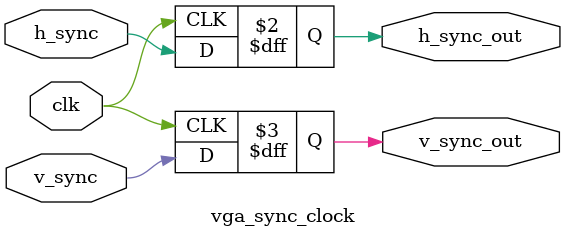
<source format=v>
/* delay vga h and v sync signals by a clock */

module vga_sync_clock(
	input clk,
	input h_sync,
	input v_sync,
	output reg h_sync_out,
	output reg v_sync_out
);

always @(posedge clk) begin
	v_sync_out <= v_sync;
	h_sync_out <= h_sync;
end

endmodule

</source>
